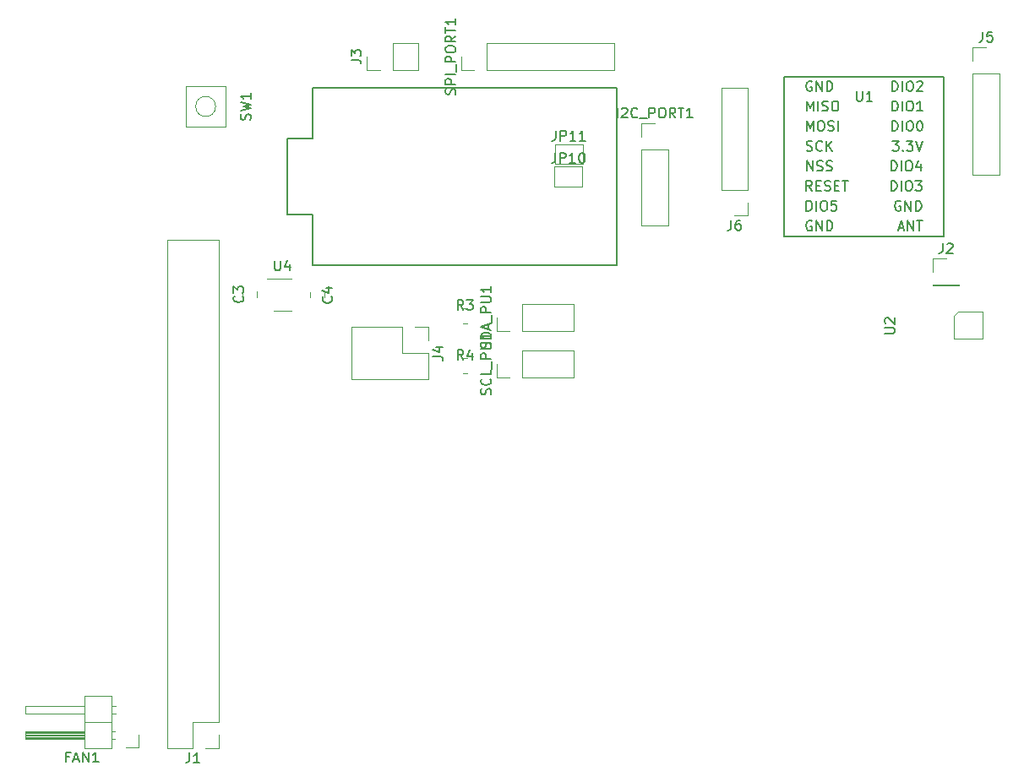
<source format=gbr>
%TF.GenerationSoftware,KiCad,Pcbnew,(5.1.10)-1*%
%TF.CreationDate,2022-01-27T16:25:42+08:00*%
%TF.ProjectId,hat,6861742e-6b69-4636-9164-5f7063625858,rev?*%
%TF.SameCoordinates,Original*%
%TF.FileFunction,Legend,Top*%
%TF.FilePolarity,Positive*%
%FSLAX46Y46*%
G04 Gerber Fmt 4.6, Leading zero omitted, Abs format (unit mm)*
G04 Created by KiCad (PCBNEW (5.1.10)-1) date 2022-01-27 16:25:42*
%MOMM*%
%LPD*%
G01*
G04 APERTURE LIST*
%ADD10C,0.120000*%
%ADD11C,0.160000*%
%ADD12C,0.150000*%
G04 APERTURE END LIST*
D10*
%TO.C,SW1*%
X103000000Y-67000000D02*
X103000000Y-69000000D01*
X103000000Y-69000000D02*
X101000000Y-69000000D01*
X101000000Y-69000000D02*
X99000000Y-69000000D01*
X99000000Y-69000000D02*
X99000000Y-67000000D01*
X99000000Y-67000000D02*
X99000000Y-65000000D01*
X99000000Y-65000000D02*
X101000000Y-65000000D01*
X101000000Y-65000000D02*
X103000000Y-65000000D01*
X103000000Y-65000000D02*
X103000000Y-67000000D01*
X102000000Y-67000000D02*
G75*
G03*
X102000000Y-67000000I-1000000J0D01*
G01*
D11*
%TO.C,U1*%
X159000000Y-64000000D02*
X159000000Y-80000000D01*
X159000000Y-80000000D02*
X175000000Y-80000000D01*
X175000000Y-80000000D02*
X175000000Y-64000000D01*
X175000000Y-64000000D02*
X159000000Y-64000000D01*
D12*
%TO.C,U3*%
X111760000Y-82890000D02*
X142240000Y-82890000D01*
X111760000Y-82890000D02*
X111760000Y-77810000D01*
X111760000Y-77810000D02*
X109220000Y-77810000D01*
X109220000Y-77810000D02*
X109220000Y-70190000D01*
X109220000Y-70190000D02*
X111760000Y-70190000D01*
X111760000Y-70190000D02*
X111760000Y-65110000D01*
X111760000Y-65110000D02*
X142240000Y-65110000D01*
X142240000Y-65110000D02*
X142240000Y-82890000D01*
D10*
%TO.C,C4*%
X111465000Y-85638748D02*
X111465000Y-86161252D01*
X112935000Y-85638748D02*
X112935000Y-86161252D01*
%TO.C,C3*%
X106135000Y-86098752D02*
X106135000Y-85576248D01*
X104665000Y-86098752D02*
X104665000Y-85576248D01*
%TO.C,R3*%
X126772936Y-88735000D02*
X127227064Y-88735000D01*
X126772936Y-87265000D02*
X127227064Y-87265000D01*
%TO.C,R4*%
X126772936Y-93735000D02*
X127227064Y-93735000D01*
X126772936Y-92265000D02*
X127227064Y-92265000D01*
%TO.C,U4*%
X107800000Y-87510000D02*
X109600000Y-87510000D01*
X109600000Y-84290000D02*
X107150000Y-84290000D01*
%TO.C,U2*%
X176400000Y-87600000D02*
X176000000Y-88000000D01*
X176000000Y-88000000D02*
X176000000Y-90300000D01*
X176000000Y-90300000D02*
X178900000Y-90300000D01*
X178900000Y-90300000D02*
X178900000Y-87600000D01*
X178900000Y-87600000D02*
X176500000Y-87600000D01*
X176500000Y-87600000D02*
X176400000Y-87600000D01*
%TO.C,SPI_PORT1*%
X141950000Y-63330000D02*
X141950000Y-60670000D01*
X129190000Y-63330000D02*
X141950000Y-63330000D01*
X129190000Y-60670000D02*
X141950000Y-60670000D01*
X129190000Y-63330000D02*
X129190000Y-60670000D01*
X127920000Y-63330000D02*
X126590000Y-63330000D01*
X126590000Y-63330000D02*
X126590000Y-62000000D01*
%TO.C,SDA_PU1*%
X137880000Y-89480000D02*
X137880000Y-86820000D01*
X132740000Y-89480000D02*
X137880000Y-89480000D01*
X132740000Y-86820000D02*
X137880000Y-86820000D01*
X132740000Y-89480000D02*
X132740000Y-86820000D01*
X131470000Y-89480000D02*
X130140000Y-89480000D01*
X130140000Y-89480000D02*
X130140000Y-88150000D01*
%TO.C,SCL_PU1*%
X137880000Y-94130000D02*
X137880000Y-91470000D01*
X132740000Y-94130000D02*
X137880000Y-94130000D01*
X132740000Y-91470000D02*
X137880000Y-91470000D01*
X132740000Y-94130000D02*
X132740000Y-91470000D01*
X131470000Y-94130000D02*
X130140000Y-94130000D01*
X130140000Y-94130000D02*
X130140000Y-92800000D01*
%TO.C,JP11*%
X136000000Y-72770000D02*
X136000000Y-70770000D01*
X138800000Y-72770000D02*
X136000000Y-72770000D01*
X138800000Y-70770000D02*
X138800000Y-72770000D01*
X136000000Y-70770000D02*
X138800000Y-70770000D01*
%TO.C,JP10*%
X135950000Y-75000000D02*
X135950000Y-73000000D01*
X138750000Y-75000000D02*
X135950000Y-75000000D01*
X138750000Y-73000000D02*
X138750000Y-75000000D01*
X135950000Y-73000000D02*
X138750000Y-73000000D01*
%TO.C,J6*%
X155330000Y-65130000D02*
X152670000Y-65130000D01*
X155330000Y-75350000D02*
X155330000Y-65130000D01*
X152670000Y-75350000D02*
X152670000Y-65130000D01*
X155330000Y-75350000D02*
X152670000Y-75350000D01*
X155330000Y-76620000D02*
X155330000Y-77950000D01*
X155330000Y-77950000D02*
X154000000Y-77950000D01*
%TO.C,J5*%
X177870000Y-73890000D02*
X180530000Y-73890000D01*
X177870000Y-63670000D02*
X177870000Y-73890000D01*
X180530000Y-63670000D02*
X180530000Y-73890000D01*
X177870000Y-63670000D02*
X180530000Y-63670000D01*
X177870000Y-62400000D02*
X177870000Y-61070000D01*
X177870000Y-61070000D02*
X179200000Y-61070000D01*
%TO.C,J4*%
X115590000Y-89130000D02*
X115590000Y-94330000D01*
X120730000Y-89130000D02*
X115590000Y-89130000D01*
X123330000Y-94330000D02*
X115590000Y-94330000D01*
X120730000Y-89130000D02*
X120730000Y-91730000D01*
X120730000Y-91730000D02*
X123330000Y-91730000D01*
X123330000Y-91730000D02*
X123330000Y-94330000D01*
X122000000Y-89130000D02*
X123330000Y-89130000D01*
X123330000Y-89130000D02*
X123330000Y-90460000D01*
%TO.C,J3*%
X122330000Y-63330000D02*
X122330000Y-60670000D01*
X119730000Y-63330000D02*
X122330000Y-63330000D01*
X119730000Y-60670000D02*
X122330000Y-60670000D01*
X119730000Y-63330000D02*
X119730000Y-60670000D01*
X118460000Y-63330000D02*
X117130000Y-63330000D01*
X117130000Y-63330000D02*
X117130000Y-62000000D01*
%TO.C,J2*%
X173870000Y-84930000D02*
X176530000Y-84930000D01*
X173870000Y-84870000D02*
X173870000Y-84930000D01*
X176530000Y-84870000D02*
X176530000Y-84930000D01*
X173870000Y-84870000D02*
X176530000Y-84870000D01*
X173870000Y-83600000D02*
X173870000Y-82270000D01*
X173870000Y-82270000D02*
X175200000Y-82270000D01*
%TO.C,J1*%
X102330000Y-80410000D02*
X97130000Y-80410000D01*
X102330000Y-128730000D02*
X102330000Y-80410000D01*
X97130000Y-131330000D02*
X97130000Y-80410000D01*
X102330000Y-128730000D02*
X99730000Y-128730000D01*
X99730000Y-128730000D02*
X99730000Y-131330000D01*
X99730000Y-131330000D02*
X97130000Y-131330000D01*
X102330000Y-130000000D02*
X102330000Y-131330000D01*
X102330000Y-131330000D02*
X101000000Y-131330000D01*
%TO.C,I2C_PORT1*%
X144670000Y-78950000D02*
X147330000Y-78950000D01*
X144670000Y-71270000D02*
X144670000Y-78950000D01*
X147330000Y-71270000D02*
X147330000Y-78950000D01*
X144670000Y-71270000D02*
X147330000Y-71270000D01*
X144670000Y-70000000D02*
X144670000Y-68670000D01*
X144670000Y-68670000D02*
X146000000Y-68670000D01*
%TO.C,FAN1*%
X91560000Y-131330000D02*
X91560000Y-126130000D01*
X91560000Y-126130000D02*
X88900000Y-126130000D01*
X88900000Y-126130000D02*
X88900000Y-131330000D01*
X88900000Y-131330000D02*
X91560000Y-131330000D01*
X88900000Y-130380000D02*
X82900000Y-130380000D01*
X82900000Y-130380000D02*
X82900000Y-129620000D01*
X82900000Y-129620000D02*
X88900000Y-129620000D01*
X88900000Y-130320000D02*
X82900000Y-130320000D01*
X88900000Y-130200000D02*
X82900000Y-130200000D01*
X88900000Y-130080000D02*
X82900000Y-130080000D01*
X88900000Y-129960000D02*
X82900000Y-129960000D01*
X88900000Y-129840000D02*
X82900000Y-129840000D01*
X88900000Y-129720000D02*
X82900000Y-129720000D01*
X91890000Y-130380000D02*
X91560000Y-130380000D01*
X91890000Y-129620000D02*
X91560000Y-129620000D01*
X91560000Y-128730000D02*
X88900000Y-128730000D01*
X88900000Y-127840000D02*
X82900000Y-127840000D01*
X82900000Y-127840000D02*
X82900000Y-127080000D01*
X82900000Y-127080000D02*
X88900000Y-127080000D01*
X91957071Y-127840000D02*
X91560000Y-127840000D01*
X91957071Y-127080000D02*
X91560000Y-127080000D01*
X94270000Y-130000000D02*
X94270000Y-131270000D01*
X94270000Y-131270000D02*
X93000000Y-131270000D01*
%TO.C,SW1*%
D12*
X105454761Y-68333333D02*
X105502380Y-68190476D01*
X105502380Y-67952380D01*
X105454761Y-67857142D01*
X105407142Y-67809523D01*
X105311904Y-67761904D01*
X105216666Y-67761904D01*
X105121428Y-67809523D01*
X105073809Y-67857142D01*
X105026190Y-67952380D01*
X104978571Y-68142857D01*
X104930952Y-68238095D01*
X104883333Y-68285714D01*
X104788095Y-68333333D01*
X104692857Y-68333333D01*
X104597619Y-68285714D01*
X104550000Y-68238095D01*
X104502380Y-68142857D01*
X104502380Y-67904761D01*
X104550000Y-67761904D01*
X104502380Y-67428571D02*
X105502380Y-67190476D01*
X104788095Y-67000000D01*
X105502380Y-66809523D01*
X104502380Y-66571428D01*
X105502380Y-65666666D02*
X105502380Y-66238095D01*
X105502380Y-65952380D02*
X104502380Y-65952380D01*
X104645238Y-66047619D01*
X104740476Y-66142857D01*
X104788095Y-66238095D01*
%TO.C,U1*%
X166238095Y-65452380D02*
X166238095Y-66261904D01*
X166285714Y-66357142D01*
X166333333Y-66404761D01*
X166428571Y-66452380D01*
X166619047Y-66452380D01*
X166714285Y-66404761D01*
X166761904Y-66357142D01*
X166809523Y-66261904D01*
X166809523Y-65452380D01*
X167809523Y-66452380D02*
X167238095Y-66452380D01*
X167523809Y-66452380D02*
X167523809Y-65452380D01*
X167428571Y-65595238D01*
X167333333Y-65690476D01*
X167238095Y-65738095D01*
X170638095Y-76500000D02*
X170542857Y-76452380D01*
X170400000Y-76452380D01*
X170257142Y-76500000D01*
X170161904Y-76595238D01*
X170114285Y-76690476D01*
X170066666Y-76880952D01*
X170066666Y-77023809D01*
X170114285Y-77214285D01*
X170161904Y-77309523D01*
X170257142Y-77404761D01*
X170400000Y-77452380D01*
X170495238Y-77452380D01*
X170638095Y-77404761D01*
X170685714Y-77357142D01*
X170685714Y-77023809D01*
X170495238Y-77023809D01*
X171114285Y-77452380D02*
X171114285Y-76452380D01*
X171685714Y-77452380D01*
X171685714Y-76452380D01*
X172161904Y-77452380D02*
X172161904Y-76452380D01*
X172400000Y-76452380D01*
X172542857Y-76500000D01*
X172638095Y-76595238D01*
X172685714Y-76690476D01*
X172733333Y-76880952D01*
X172733333Y-77023809D01*
X172685714Y-77214285D01*
X172638095Y-77309523D01*
X172542857Y-77404761D01*
X172400000Y-77452380D01*
X172161904Y-77452380D01*
X169700000Y-75452380D02*
X169700000Y-74452380D01*
X169938095Y-74452380D01*
X170080952Y-74500000D01*
X170176190Y-74595238D01*
X170223809Y-74690476D01*
X170271428Y-74880952D01*
X170271428Y-75023809D01*
X170223809Y-75214285D01*
X170176190Y-75309523D01*
X170080952Y-75404761D01*
X169938095Y-75452380D01*
X169700000Y-75452380D01*
X170700000Y-75452380D02*
X170700000Y-74452380D01*
X171366666Y-74452380D02*
X171557142Y-74452380D01*
X171652380Y-74500000D01*
X171747619Y-74595238D01*
X171795238Y-74785714D01*
X171795238Y-75119047D01*
X171747619Y-75309523D01*
X171652380Y-75404761D01*
X171557142Y-75452380D01*
X171366666Y-75452380D01*
X171271428Y-75404761D01*
X171176190Y-75309523D01*
X171128571Y-75119047D01*
X171128571Y-74785714D01*
X171176190Y-74595238D01*
X171271428Y-74500000D01*
X171366666Y-74452380D01*
X172128571Y-74452380D02*
X172747619Y-74452380D01*
X172414285Y-74833333D01*
X172557142Y-74833333D01*
X172652380Y-74880952D01*
X172700000Y-74928571D01*
X172747619Y-75023809D01*
X172747619Y-75261904D01*
X172700000Y-75357142D01*
X172652380Y-75404761D01*
X172557142Y-75452380D01*
X172271428Y-75452380D01*
X172176190Y-75404761D01*
X172128571Y-75357142D01*
X169700000Y-73452380D02*
X169700000Y-72452380D01*
X169938095Y-72452380D01*
X170080952Y-72500000D01*
X170176190Y-72595238D01*
X170223809Y-72690476D01*
X170271428Y-72880952D01*
X170271428Y-73023809D01*
X170223809Y-73214285D01*
X170176190Y-73309523D01*
X170080952Y-73404761D01*
X169938095Y-73452380D01*
X169700000Y-73452380D01*
X170700000Y-73452380D02*
X170700000Y-72452380D01*
X171366666Y-72452380D02*
X171557142Y-72452380D01*
X171652380Y-72500000D01*
X171747619Y-72595238D01*
X171795238Y-72785714D01*
X171795238Y-73119047D01*
X171747619Y-73309523D01*
X171652380Y-73404761D01*
X171557142Y-73452380D01*
X171366666Y-73452380D01*
X171271428Y-73404761D01*
X171176190Y-73309523D01*
X171128571Y-73119047D01*
X171128571Y-72785714D01*
X171176190Y-72595238D01*
X171271428Y-72500000D01*
X171366666Y-72452380D01*
X172652380Y-72785714D02*
X172652380Y-73452380D01*
X172414285Y-72404761D02*
X172176190Y-73119047D01*
X172795238Y-73119047D01*
X169823809Y-70452380D02*
X170442857Y-70452380D01*
X170109523Y-70833333D01*
X170252380Y-70833333D01*
X170347619Y-70880952D01*
X170395238Y-70928571D01*
X170442857Y-71023809D01*
X170442857Y-71261904D01*
X170395238Y-71357142D01*
X170347619Y-71404761D01*
X170252380Y-71452380D01*
X169966666Y-71452380D01*
X169871428Y-71404761D01*
X169823809Y-71357142D01*
X170871428Y-71357142D02*
X170919047Y-71404761D01*
X170871428Y-71452380D01*
X170823809Y-71404761D01*
X170871428Y-71357142D01*
X170871428Y-71452380D01*
X171252380Y-70452380D02*
X171871428Y-70452380D01*
X171538095Y-70833333D01*
X171680952Y-70833333D01*
X171776190Y-70880952D01*
X171823809Y-70928571D01*
X171871428Y-71023809D01*
X171871428Y-71261904D01*
X171823809Y-71357142D01*
X171776190Y-71404761D01*
X171680952Y-71452380D01*
X171395238Y-71452380D01*
X171300000Y-71404761D01*
X171252380Y-71357142D01*
X172157142Y-70452380D02*
X172490476Y-71452380D01*
X172823809Y-70452380D01*
X169800000Y-69452380D02*
X169800000Y-68452380D01*
X170038095Y-68452380D01*
X170180952Y-68500000D01*
X170276190Y-68595238D01*
X170323809Y-68690476D01*
X170371428Y-68880952D01*
X170371428Y-69023809D01*
X170323809Y-69214285D01*
X170276190Y-69309523D01*
X170180952Y-69404761D01*
X170038095Y-69452380D01*
X169800000Y-69452380D01*
X170800000Y-69452380D02*
X170800000Y-68452380D01*
X171466666Y-68452380D02*
X171657142Y-68452380D01*
X171752380Y-68500000D01*
X171847619Y-68595238D01*
X171895238Y-68785714D01*
X171895238Y-69119047D01*
X171847619Y-69309523D01*
X171752380Y-69404761D01*
X171657142Y-69452380D01*
X171466666Y-69452380D01*
X171371428Y-69404761D01*
X171276190Y-69309523D01*
X171228571Y-69119047D01*
X171228571Y-68785714D01*
X171276190Y-68595238D01*
X171371428Y-68500000D01*
X171466666Y-68452380D01*
X172514285Y-68452380D02*
X172609523Y-68452380D01*
X172704761Y-68500000D01*
X172752380Y-68547619D01*
X172800000Y-68642857D01*
X172847619Y-68833333D01*
X172847619Y-69071428D01*
X172800000Y-69261904D01*
X172752380Y-69357142D01*
X172704761Y-69404761D01*
X172609523Y-69452380D01*
X172514285Y-69452380D01*
X172419047Y-69404761D01*
X172371428Y-69357142D01*
X172323809Y-69261904D01*
X172276190Y-69071428D01*
X172276190Y-68833333D01*
X172323809Y-68642857D01*
X172371428Y-68547619D01*
X172419047Y-68500000D01*
X172514285Y-68452380D01*
X169800000Y-67452380D02*
X169800000Y-66452380D01*
X170038095Y-66452380D01*
X170180952Y-66500000D01*
X170276190Y-66595238D01*
X170323809Y-66690476D01*
X170371428Y-66880952D01*
X170371428Y-67023809D01*
X170323809Y-67214285D01*
X170276190Y-67309523D01*
X170180952Y-67404761D01*
X170038095Y-67452380D01*
X169800000Y-67452380D01*
X170800000Y-67452380D02*
X170800000Y-66452380D01*
X171466666Y-66452380D02*
X171657142Y-66452380D01*
X171752380Y-66500000D01*
X171847619Y-66595238D01*
X171895238Y-66785714D01*
X171895238Y-67119047D01*
X171847619Y-67309523D01*
X171752380Y-67404761D01*
X171657142Y-67452380D01*
X171466666Y-67452380D01*
X171371428Y-67404761D01*
X171276190Y-67309523D01*
X171228571Y-67119047D01*
X171228571Y-66785714D01*
X171276190Y-66595238D01*
X171371428Y-66500000D01*
X171466666Y-66452380D01*
X172847619Y-67452380D02*
X172276190Y-67452380D01*
X172561904Y-67452380D02*
X172561904Y-66452380D01*
X172466666Y-66595238D01*
X172371428Y-66690476D01*
X172276190Y-66738095D01*
X169800000Y-65452380D02*
X169800000Y-64452380D01*
X170038095Y-64452380D01*
X170180952Y-64500000D01*
X170276190Y-64595238D01*
X170323809Y-64690476D01*
X170371428Y-64880952D01*
X170371428Y-65023809D01*
X170323809Y-65214285D01*
X170276190Y-65309523D01*
X170180952Y-65404761D01*
X170038095Y-65452380D01*
X169800000Y-65452380D01*
X170800000Y-65452380D02*
X170800000Y-64452380D01*
X171466666Y-64452380D02*
X171657142Y-64452380D01*
X171752380Y-64500000D01*
X171847619Y-64595238D01*
X171895238Y-64785714D01*
X171895238Y-65119047D01*
X171847619Y-65309523D01*
X171752380Y-65404761D01*
X171657142Y-65452380D01*
X171466666Y-65452380D01*
X171371428Y-65404761D01*
X171276190Y-65309523D01*
X171228571Y-65119047D01*
X171228571Y-64785714D01*
X171276190Y-64595238D01*
X171371428Y-64500000D01*
X171466666Y-64452380D01*
X172276190Y-64547619D02*
X172323809Y-64500000D01*
X172419047Y-64452380D01*
X172657142Y-64452380D01*
X172752380Y-64500000D01*
X172800000Y-64547619D01*
X172847619Y-64642857D01*
X172847619Y-64738095D01*
X172800000Y-64880952D01*
X172228571Y-65452380D01*
X172847619Y-65452380D01*
X161738095Y-78500000D02*
X161642857Y-78452380D01*
X161500000Y-78452380D01*
X161357142Y-78500000D01*
X161261904Y-78595238D01*
X161214285Y-78690476D01*
X161166666Y-78880952D01*
X161166666Y-79023809D01*
X161214285Y-79214285D01*
X161261904Y-79309523D01*
X161357142Y-79404761D01*
X161500000Y-79452380D01*
X161595238Y-79452380D01*
X161738095Y-79404761D01*
X161785714Y-79357142D01*
X161785714Y-79023809D01*
X161595238Y-79023809D01*
X162214285Y-79452380D02*
X162214285Y-78452380D01*
X162785714Y-79452380D01*
X162785714Y-78452380D01*
X163261904Y-79452380D02*
X163261904Y-78452380D01*
X163500000Y-78452380D01*
X163642857Y-78500000D01*
X163738095Y-78595238D01*
X163785714Y-78690476D01*
X163833333Y-78880952D01*
X163833333Y-79023809D01*
X163785714Y-79214285D01*
X163738095Y-79309523D01*
X163642857Y-79404761D01*
X163500000Y-79452380D01*
X163261904Y-79452380D01*
X161200000Y-77452380D02*
X161200000Y-76452380D01*
X161438095Y-76452380D01*
X161580952Y-76500000D01*
X161676190Y-76595238D01*
X161723809Y-76690476D01*
X161771428Y-76880952D01*
X161771428Y-77023809D01*
X161723809Y-77214285D01*
X161676190Y-77309523D01*
X161580952Y-77404761D01*
X161438095Y-77452380D01*
X161200000Y-77452380D01*
X162200000Y-77452380D02*
X162200000Y-76452380D01*
X162866666Y-76452380D02*
X163057142Y-76452380D01*
X163152380Y-76500000D01*
X163247619Y-76595238D01*
X163295238Y-76785714D01*
X163295238Y-77119047D01*
X163247619Y-77309523D01*
X163152380Y-77404761D01*
X163057142Y-77452380D01*
X162866666Y-77452380D01*
X162771428Y-77404761D01*
X162676190Y-77309523D01*
X162628571Y-77119047D01*
X162628571Y-76785714D01*
X162676190Y-76595238D01*
X162771428Y-76500000D01*
X162866666Y-76452380D01*
X164200000Y-76452380D02*
X163723809Y-76452380D01*
X163676190Y-76928571D01*
X163723809Y-76880952D01*
X163819047Y-76833333D01*
X164057142Y-76833333D01*
X164152380Y-76880952D01*
X164200000Y-76928571D01*
X164247619Y-77023809D01*
X164247619Y-77261904D01*
X164200000Y-77357142D01*
X164152380Y-77404761D01*
X164057142Y-77452380D01*
X163819047Y-77452380D01*
X163723809Y-77404761D01*
X163676190Y-77357142D01*
X161747619Y-75452380D02*
X161414285Y-74976190D01*
X161176190Y-75452380D02*
X161176190Y-74452380D01*
X161557142Y-74452380D01*
X161652380Y-74500000D01*
X161700000Y-74547619D01*
X161747619Y-74642857D01*
X161747619Y-74785714D01*
X161700000Y-74880952D01*
X161652380Y-74928571D01*
X161557142Y-74976190D01*
X161176190Y-74976190D01*
X162176190Y-74928571D02*
X162509523Y-74928571D01*
X162652380Y-75452380D02*
X162176190Y-75452380D01*
X162176190Y-74452380D01*
X162652380Y-74452380D01*
X163033333Y-75404761D02*
X163176190Y-75452380D01*
X163414285Y-75452380D01*
X163509523Y-75404761D01*
X163557142Y-75357142D01*
X163604761Y-75261904D01*
X163604761Y-75166666D01*
X163557142Y-75071428D01*
X163509523Y-75023809D01*
X163414285Y-74976190D01*
X163223809Y-74928571D01*
X163128571Y-74880952D01*
X163080952Y-74833333D01*
X163033333Y-74738095D01*
X163033333Y-74642857D01*
X163080952Y-74547619D01*
X163128571Y-74500000D01*
X163223809Y-74452380D01*
X163461904Y-74452380D01*
X163604761Y-74500000D01*
X164033333Y-74928571D02*
X164366666Y-74928571D01*
X164509523Y-75452380D02*
X164033333Y-75452380D01*
X164033333Y-74452380D01*
X164509523Y-74452380D01*
X164795238Y-74452380D02*
X165366666Y-74452380D01*
X165080952Y-75452380D02*
X165080952Y-74452380D01*
X161261904Y-73452380D02*
X161261904Y-72452380D01*
X161833333Y-73452380D01*
X161833333Y-72452380D01*
X162261904Y-73404761D02*
X162404761Y-73452380D01*
X162642857Y-73452380D01*
X162738095Y-73404761D01*
X162785714Y-73357142D01*
X162833333Y-73261904D01*
X162833333Y-73166666D01*
X162785714Y-73071428D01*
X162738095Y-73023809D01*
X162642857Y-72976190D01*
X162452380Y-72928571D01*
X162357142Y-72880952D01*
X162309523Y-72833333D01*
X162261904Y-72738095D01*
X162261904Y-72642857D01*
X162309523Y-72547619D01*
X162357142Y-72500000D01*
X162452380Y-72452380D01*
X162690476Y-72452380D01*
X162833333Y-72500000D01*
X163214285Y-73404761D02*
X163357142Y-73452380D01*
X163595238Y-73452380D01*
X163690476Y-73404761D01*
X163738095Y-73357142D01*
X163785714Y-73261904D01*
X163785714Y-73166666D01*
X163738095Y-73071428D01*
X163690476Y-73023809D01*
X163595238Y-72976190D01*
X163404761Y-72928571D01*
X163309523Y-72880952D01*
X163261904Y-72833333D01*
X163214285Y-72738095D01*
X163214285Y-72642857D01*
X163261904Y-72547619D01*
X163309523Y-72500000D01*
X163404761Y-72452380D01*
X163642857Y-72452380D01*
X163785714Y-72500000D01*
X161214285Y-71404761D02*
X161357142Y-71452380D01*
X161595238Y-71452380D01*
X161690476Y-71404761D01*
X161738095Y-71357142D01*
X161785714Y-71261904D01*
X161785714Y-71166666D01*
X161738095Y-71071428D01*
X161690476Y-71023809D01*
X161595238Y-70976190D01*
X161404761Y-70928571D01*
X161309523Y-70880952D01*
X161261904Y-70833333D01*
X161214285Y-70738095D01*
X161214285Y-70642857D01*
X161261904Y-70547619D01*
X161309523Y-70500000D01*
X161404761Y-70452380D01*
X161642857Y-70452380D01*
X161785714Y-70500000D01*
X162785714Y-71357142D02*
X162738095Y-71404761D01*
X162595238Y-71452380D01*
X162500000Y-71452380D01*
X162357142Y-71404761D01*
X162261904Y-71309523D01*
X162214285Y-71214285D01*
X162166666Y-71023809D01*
X162166666Y-70880952D01*
X162214285Y-70690476D01*
X162261904Y-70595238D01*
X162357142Y-70500000D01*
X162500000Y-70452380D01*
X162595238Y-70452380D01*
X162738095Y-70500000D01*
X162785714Y-70547619D01*
X163214285Y-71452380D02*
X163214285Y-70452380D01*
X163785714Y-71452380D02*
X163357142Y-70880952D01*
X163785714Y-70452380D02*
X163214285Y-71023809D01*
X161228571Y-69452380D02*
X161228571Y-68452380D01*
X161561904Y-69166666D01*
X161895238Y-68452380D01*
X161895238Y-69452380D01*
X162561904Y-68452380D02*
X162752380Y-68452380D01*
X162847619Y-68500000D01*
X162942857Y-68595238D01*
X162990476Y-68785714D01*
X162990476Y-69119047D01*
X162942857Y-69309523D01*
X162847619Y-69404761D01*
X162752380Y-69452380D01*
X162561904Y-69452380D01*
X162466666Y-69404761D01*
X162371428Y-69309523D01*
X162323809Y-69119047D01*
X162323809Y-68785714D01*
X162371428Y-68595238D01*
X162466666Y-68500000D01*
X162561904Y-68452380D01*
X163371428Y-69404761D02*
X163514285Y-69452380D01*
X163752380Y-69452380D01*
X163847619Y-69404761D01*
X163895238Y-69357142D01*
X163942857Y-69261904D01*
X163942857Y-69166666D01*
X163895238Y-69071428D01*
X163847619Y-69023809D01*
X163752380Y-68976190D01*
X163561904Y-68928571D01*
X163466666Y-68880952D01*
X163419047Y-68833333D01*
X163371428Y-68738095D01*
X163371428Y-68642857D01*
X163419047Y-68547619D01*
X163466666Y-68500000D01*
X163561904Y-68452380D01*
X163800000Y-68452380D01*
X163942857Y-68500000D01*
X164371428Y-69452380D02*
X164371428Y-68452380D01*
X161228571Y-67452380D02*
X161228571Y-66452380D01*
X161561904Y-67166666D01*
X161895238Y-66452380D01*
X161895238Y-67452380D01*
X162371428Y-67452380D02*
X162371428Y-66452380D01*
X162800000Y-67404761D02*
X162942857Y-67452380D01*
X163180952Y-67452380D01*
X163276190Y-67404761D01*
X163323809Y-67357142D01*
X163371428Y-67261904D01*
X163371428Y-67166666D01*
X163323809Y-67071428D01*
X163276190Y-67023809D01*
X163180952Y-66976190D01*
X162990476Y-66928571D01*
X162895238Y-66880952D01*
X162847619Y-66833333D01*
X162800000Y-66738095D01*
X162800000Y-66642857D01*
X162847619Y-66547619D01*
X162895238Y-66500000D01*
X162990476Y-66452380D01*
X163228571Y-66452380D01*
X163371428Y-66500000D01*
X163990476Y-66452380D02*
X164180952Y-66452380D01*
X164276190Y-66500000D01*
X164371428Y-66595238D01*
X164419047Y-66785714D01*
X164419047Y-67119047D01*
X164371428Y-67309523D01*
X164276190Y-67404761D01*
X164180952Y-67452380D01*
X163990476Y-67452380D01*
X163895238Y-67404761D01*
X163800000Y-67309523D01*
X163752380Y-67119047D01*
X163752380Y-66785714D01*
X163800000Y-66595238D01*
X163895238Y-66500000D01*
X163990476Y-66452380D01*
X170457142Y-79166666D02*
X170933333Y-79166666D01*
X170361904Y-79452380D02*
X170695238Y-78452380D01*
X171028571Y-79452380D01*
X171361904Y-79452380D02*
X171361904Y-78452380D01*
X171933333Y-79452380D01*
X171933333Y-78452380D01*
X172266666Y-78452380D02*
X172838095Y-78452380D01*
X172552380Y-79452380D02*
X172552380Y-78452380D01*
X161738095Y-64500000D02*
X161642857Y-64452380D01*
X161500000Y-64452380D01*
X161357142Y-64500000D01*
X161261904Y-64595238D01*
X161214285Y-64690476D01*
X161166666Y-64880952D01*
X161166666Y-65023809D01*
X161214285Y-65214285D01*
X161261904Y-65309523D01*
X161357142Y-65404761D01*
X161500000Y-65452380D01*
X161595238Y-65452380D01*
X161738095Y-65404761D01*
X161785714Y-65357142D01*
X161785714Y-65023809D01*
X161595238Y-65023809D01*
X162214285Y-65452380D02*
X162214285Y-64452380D01*
X162785714Y-65452380D01*
X162785714Y-64452380D01*
X163261904Y-65452380D02*
X163261904Y-64452380D01*
X163500000Y-64452380D01*
X163642857Y-64500000D01*
X163738095Y-64595238D01*
X163785714Y-64690476D01*
X163833333Y-64880952D01*
X163833333Y-65023809D01*
X163785714Y-65214285D01*
X163738095Y-65309523D01*
X163642857Y-65404761D01*
X163500000Y-65452380D01*
X163261904Y-65452380D01*
%TO.C,C4*%
X113607142Y-86066666D02*
X113654761Y-86114285D01*
X113702380Y-86257142D01*
X113702380Y-86352380D01*
X113654761Y-86495238D01*
X113559523Y-86590476D01*
X113464285Y-86638095D01*
X113273809Y-86685714D01*
X113130952Y-86685714D01*
X112940476Y-86638095D01*
X112845238Y-86590476D01*
X112750000Y-86495238D01*
X112702380Y-86352380D01*
X112702380Y-86257142D01*
X112750000Y-86114285D01*
X112797619Y-86066666D01*
X113035714Y-85209523D02*
X113702380Y-85209523D01*
X112654761Y-85447619D02*
X113369047Y-85685714D01*
X113369047Y-85066666D01*
%TO.C,C3*%
X104707142Y-86004166D02*
X104754761Y-86051785D01*
X104802380Y-86194642D01*
X104802380Y-86289880D01*
X104754761Y-86432738D01*
X104659523Y-86527976D01*
X104564285Y-86575595D01*
X104373809Y-86623214D01*
X104230952Y-86623214D01*
X104040476Y-86575595D01*
X103945238Y-86527976D01*
X103850000Y-86432738D01*
X103802380Y-86289880D01*
X103802380Y-86194642D01*
X103850000Y-86051785D01*
X103897619Y-86004166D01*
X103802380Y-85670833D02*
X103802380Y-85051785D01*
X104183333Y-85385119D01*
X104183333Y-85242261D01*
X104230952Y-85147023D01*
X104278571Y-85099404D01*
X104373809Y-85051785D01*
X104611904Y-85051785D01*
X104707142Y-85099404D01*
X104754761Y-85147023D01*
X104802380Y-85242261D01*
X104802380Y-85527976D01*
X104754761Y-85623214D01*
X104707142Y-85670833D01*
%TO.C,R3*%
X126833333Y-87402380D02*
X126500000Y-86926190D01*
X126261904Y-87402380D02*
X126261904Y-86402380D01*
X126642857Y-86402380D01*
X126738095Y-86450000D01*
X126785714Y-86497619D01*
X126833333Y-86592857D01*
X126833333Y-86735714D01*
X126785714Y-86830952D01*
X126738095Y-86878571D01*
X126642857Y-86926190D01*
X126261904Y-86926190D01*
X127166666Y-86402380D02*
X127785714Y-86402380D01*
X127452380Y-86783333D01*
X127595238Y-86783333D01*
X127690476Y-86830952D01*
X127738095Y-86878571D01*
X127785714Y-86973809D01*
X127785714Y-87211904D01*
X127738095Y-87307142D01*
X127690476Y-87354761D01*
X127595238Y-87402380D01*
X127309523Y-87402380D01*
X127214285Y-87354761D01*
X127166666Y-87307142D01*
%TO.C,R4*%
X126833333Y-92402380D02*
X126500000Y-91926190D01*
X126261904Y-92402380D02*
X126261904Y-91402380D01*
X126642857Y-91402380D01*
X126738095Y-91450000D01*
X126785714Y-91497619D01*
X126833333Y-91592857D01*
X126833333Y-91735714D01*
X126785714Y-91830952D01*
X126738095Y-91878571D01*
X126642857Y-91926190D01*
X126261904Y-91926190D01*
X127690476Y-91735714D02*
X127690476Y-92402380D01*
X127452380Y-91354761D02*
X127214285Y-92069047D01*
X127833333Y-92069047D01*
%TO.C,U4*%
X107938095Y-82452380D02*
X107938095Y-83261904D01*
X107985714Y-83357142D01*
X108033333Y-83404761D01*
X108128571Y-83452380D01*
X108319047Y-83452380D01*
X108414285Y-83404761D01*
X108461904Y-83357142D01*
X108509523Y-83261904D01*
X108509523Y-82452380D01*
X109414285Y-82785714D02*
X109414285Y-83452380D01*
X109176190Y-82404761D02*
X108938095Y-83119047D01*
X109557142Y-83119047D01*
%TO.C,U2*%
X169052380Y-89761904D02*
X169861904Y-89761904D01*
X169957142Y-89714285D01*
X170004761Y-89666666D01*
X170052380Y-89571428D01*
X170052380Y-89380952D01*
X170004761Y-89285714D01*
X169957142Y-89238095D01*
X169861904Y-89190476D01*
X169052380Y-89190476D01*
X169147619Y-88761904D02*
X169100000Y-88714285D01*
X169052380Y-88619047D01*
X169052380Y-88380952D01*
X169100000Y-88285714D01*
X169147619Y-88238095D01*
X169242857Y-88190476D01*
X169338095Y-88190476D01*
X169480952Y-88238095D01*
X170052380Y-88809523D01*
X170052380Y-88190476D01*
%TO.C,SPI_PORT1*%
X125994761Y-65785714D02*
X126042380Y-65642857D01*
X126042380Y-65404761D01*
X125994761Y-65309523D01*
X125947142Y-65261904D01*
X125851904Y-65214285D01*
X125756666Y-65214285D01*
X125661428Y-65261904D01*
X125613809Y-65309523D01*
X125566190Y-65404761D01*
X125518571Y-65595238D01*
X125470952Y-65690476D01*
X125423333Y-65738095D01*
X125328095Y-65785714D01*
X125232857Y-65785714D01*
X125137619Y-65738095D01*
X125090000Y-65690476D01*
X125042380Y-65595238D01*
X125042380Y-65357142D01*
X125090000Y-65214285D01*
X126042380Y-64785714D02*
X125042380Y-64785714D01*
X125042380Y-64404761D01*
X125090000Y-64309523D01*
X125137619Y-64261904D01*
X125232857Y-64214285D01*
X125375714Y-64214285D01*
X125470952Y-64261904D01*
X125518571Y-64309523D01*
X125566190Y-64404761D01*
X125566190Y-64785714D01*
X126042380Y-63785714D02*
X125042380Y-63785714D01*
X126137619Y-63547619D02*
X126137619Y-62785714D01*
X126042380Y-62547619D02*
X125042380Y-62547619D01*
X125042380Y-62166666D01*
X125090000Y-62071428D01*
X125137619Y-62023809D01*
X125232857Y-61976190D01*
X125375714Y-61976190D01*
X125470952Y-62023809D01*
X125518571Y-62071428D01*
X125566190Y-62166666D01*
X125566190Y-62547619D01*
X125042380Y-61357142D02*
X125042380Y-61166666D01*
X125090000Y-61071428D01*
X125185238Y-60976190D01*
X125375714Y-60928571D01*
X125709047Y-60928571D01*
X125899523Y-60976190D01*
X125994761Y-61071428D01*
X126042380Y-61166666D01*
X126042380Y-61357142D01*
X125994761Y-61452380D01*
X125899523Y-61547619D01*
X125709047Y-61595238D01*
X125375714Y-61595238D01*
X125185238Y-61547619D01*
X125090000Y-61452380D01*
X125042380Y-61357142D01*
X126042380Y-59928571D02*
X125566190Y-60261904D01*
X126042380Y-60500000D02*
X125042380Y-60500000D01*
X125042380Y-60119047D01*
X125090000Y-60023809D01*
X125137619Y-59976190D01*
X125232857Y-59928571D01*
X125375714Y-59928571D01*
X125470952Y-59976190D01*
X125518571Y-60023809D01*
X125566190Y-60119047D01*
X125566190Y-60500000D01*
X125042380Y-59642857D02*
X125042380Y-59071428D01*
X126042380Y-59357142D02*
X125042380Y-59357142D01*
X126042380Y-58214285D02*
X126042380Y-58785714D01*
X126042380Y-58500000D02*
X125042380Y-58500000D01*
X125185238Y-58595238D01*
X125280476Y-58690476D01*
X125328095Y-58785714D01*
%TO.C,SDA_PU1*%
X129544761Y-91245238D02*
X129592380Y-91102380D01*
X129592380Y-90864285D01*
X129544761Y-90769047D01*
X129497142Y-90721428D01*
X129401904Y-90673809D01*
X129306666Y-90673809D01*
X129211428Y-90721428D01*
X129163809Y-90769047D01*
X129116190Y-90864285D01*
X129068571Y-91054761D01*
X129020952Y-91150000D01*
X128973333Y-91197619D01*
X128878095Y-91245238D01*
X128782857Y-91245238D01*
X128687619Y-91197619D01*
X128640000Y-91150000D01*
X128592380Y-91054761D01*
X128592380Y-90816666D01*
X128640000Y-90673809D01*
X129592380Y-90245238D02*
X128592380Y-90245238D01*
X128592380Y-90007142D01*
X128640000Y-89864285D01*
X128735238Y-89769047D01*
X128830476Y-89721428D01*
X129020952Y-89673809D01*
X129163809Y-89673809D01*
X129354285Y-89721428D01*
X129449523Y-89769047D01*
X129544761Y-89864285D01*
X129592380Y-90007142D01*
X129592380Y-90245238D01*
X129306666Y-89292857D02*
X129306666Y-88816666D01*
X129592380Y-89388095D02*
X128592380Y-89054761D01*
X129592380Y-88721428D01*
X129687619Y-88626190D02*
X129687619Y-87864285D01*
X129592380Y-87626190D02*
X128592380Y-87626190D01*
X128592380Y-87245238D01*
X128640000Y-87150000D01*
X128687619Y-87102380D01*
X128782857Y-87054761D01*
X128925714Y-87054761D01*
X129020952Y-87102380D01*
X129068571Y-87150000D01*
X129116190Y-87245238D01*
X129116190Y-87626190D01*
X128592380Y-86626190D02*
X129401904Y-86626190D01*
X129497142Y-86578571D01*
X129544761Y-86530952D01*
X129592380Y-86435714D01*
X129592380Y-86245238D01*
X129544761Y-86150000D01*
X129497142Y-86102380D01*
X129401904Y-86054761D01*
X128592380Y-86054761D01*
X129592380Y-85054761D02*
X129592380Y-85626190D01*
X129592380Y-85340476D02*
X128592380Y-85340476D01*
X128735238Y-85435714D01*
X128830476Y-85530952D01*
X128878095Y-85626190D01*
%TO.C,SCL_PU1*%
X129544761Y-95871428D02*
X129592380Y-95728571D01*
X129592380Y-95490476D01*
X129544761Y-95395238D01*
X129497142Y-95347619D01*
X129401904Y-95300000D01*
X129306666Y-95300000D01*
X129211428Y-95347619D01*
X129163809Y-95395238D01*
X129116190Y-95490476D01*
X129068571Y-95680952D01*
X129020952Y-95776190D01*
X128973333Y-95823809D01*
X128878095Y-95871428D01*
X128782857Y-95871428D01*
X128687619Y-95823809D01*
X128640000Y-95776190D01*
X128592380Y-95680952D01*
X128592380Y-95442857D01*
X128640000Y-95300000D01*
X129497142Y-94300000D02*
X129544761Y-94347619D01*
X129592380Y-94490476D01*
X129592380Y-94585714D01*
X129544761Y-94728571D01*
X129449523Y-94823809D01*
X129354285Y-94871428D01*
X129163809Y-94919047D01*
X129020952Y-94919047D01*
X128830476Y-94871428D01*
X128735238Y-94823809D01*
X128640000Y-94728571D01*
X128592380Y-94585714D01*
X128592380Y-94490476D01*
X128640000Y-94347619D01*
X128687619Y-94300000D01*
X129592380Y-93395238D02*
X129592380Y-93871428D01*
X128592380Y-93871428D01*
X129687619Y-93300000D02*
X129687619Y-92538095D01*
X129592380Y-92300000D02*
X128592380Y-92300000D01*
X128592380Y-91919047D01*
X128640000Y-91823809D01*
X128687619Y-91776190D01*
X128782857Y-91728571D01*
X128925714Y-91728571D01*
X129020952Y-91776190D01*
X129068571Y-91823809D01*
X129116190Y-91919047D01*
X129116190Y-92300000D01*
X128592380Y-91300000D02*
X129401904Y-91300000D01*
X129497142Y-91252380D01*
X129544761Y-91204761D01*
X129592380Y-91109523D01*
X129592380Y-90919047D01*
X129544761Y-90823809D01*
X129497142Y-90776190D01*
X129401904Y-90728571D01*
X128592380Y-90728571D01*
X129592380Y-89728571D02*
X129592380Y-90300000D01*
X129592380Y-90014285D02*
X128592380Y-90014285D01*
X128735238Y-90109523D01*
X128830476Y-90204761D01*
X128878095Y-90300000D01*
%TO.C,JP11*%
X136090476Y-69422380D02*
X136090476Y-70136666D01*
X136042857Y-70279523D01*
X135947619Y-70374761D01*
X135804761Y-70422380D01*
X135709523Y-70422380D01*
X136566666Y-70422380D02*
X136566666Y-69422380D01*
X136947619Y-69422380D01*
X137042857Y-69470000D01*
X137090476Y-69517619D01*
X137138095Y-69612857D01*
X137138095Y-69755714D01*
X137090476Y-69850952D01*
X137042857Y-69898571D01*
X136947619Y-69946190D01*
X136566666Y-69946190D01*
X138090476Y-70422380D02*
X137519047Y-70422380D01*
X137804761Y-70422380D02*
X137804761Y-69422380D01*
X137709523Y-69565238D01*
X137614285Y-69660476D01*
X137519047Y-69708095D01*
X139042857Y-70422380D02*
X138471428Y-70422380D01*
X138757142Y-70422380D02*
X138757142Y-69422380D01*
X138661904Y-69565238D01*
X138566666Y-69660476D01*
X138471428Y-69708095D01*
%TO.C,JP10*%
X136040476Y-71652380D02*
X136040476Y-72366666D01*
X135992857Y-72509523D01*
X135897619Y-72604761D01*
X135754761Y-72652380D01*
X135659523Y-72652380D01*
X136516666Y-72652380D02*
X136516666Y-71652380D01*
X136897619Y-71652380D01*
X136992857Y-71700000D01*
X137040476Y-71747619D01*
X137088095Y-71842857D01*
X137088095Y-71985714D01*
X137040476Y-72080952D01*
X136992857Y-72128571D01*
X136897619Y-72176190D01*
X136516666Y-72176190D01*
X138040476Y-72652380D02*
X137469047Y-72652380D01*
X137754761Y-72652380D02*
X137754761Y-71652380D01*
X137659523Y-71795238D01*
X137564285Y-71890476D01*
X137469047Y-71938095D01*
X138659523Y-71652380D02*
X138754761Y-71652380D01*
X138850000Y-71700000D01*
X138897619Y-71747619D01*
X138945238Y-71842857D01*
X138992857Y-72033333D01*
X138992857Y-72271428D01*
X138945238Y-72461904D01*
X138897619Y-72557142D01*
X138850000Y-72604761D01*
X138754761Y-72652380D01*
X138659523Y-72652380D01*
X138564285Y-72604761D01*
X138516666Y-72557142D01*
X138469047Y-72461904D01*
X138421428Y-72271428D01*
X138421428Y-72033333D01*
X138469047Y-71842857D01*
X138516666Y-71747619D01*
X138564285Y-71700000D01*
X138659523Y-71652380D01*
%TO.C,J6*%
X153666666Y-78402380D02*
X153666666Y-79116666D01*
X153619047Y-79259523D01*
X153523809Y-79354761D01*
X153380952Y-79402380D01*
X153285714Y-79402380D01*
X154571428Y-78402380D02*
X154380952Y-78402380D01*
X154285714Y-78450000D01*
X154238095Y-78497619D01*
X154142857Y-78640476D01*
X154095238Y-78830952D01*
X154095238Y-79211904D01*
X154142857Y-79307142D01*
X154190476Y-79354761D01*
X154285714Y-79402380D01*
X154476190Y-79402380D01*
X154571428Y-79354761D01*
X154619047Y-79307142D01*
X154666666Y-79211904D01*
X154666666Y-78973809D01*
X154619047Y-78878571D01*
X154571428Y-78830952D01*
X154476190Y-78783333D01*
X154285714Y-78783333D01*
X154190476Y-78830952D01*
X154142857Y-78878571D01*
X154095238Y-78973809D01*
%TO.C,J5*%
X178866666Y-59522380D02*
X178866666Y-60236666D01*
X178819047Y-60379523D01*
X178723809Y-60474761D01*
X178580952Y-60522380D01*
X178485714Y-60522380D01*
X179819047Y-59522380D02*
X179342857Y-59522380D01*
X179295238Y-59998571D01*
X179342857Y-59950952D01*
X179438095Y-59903333D01*
X179676190Y-59903333D01*
X179771428Y-59950952D01*
X179819047Y-59998571D01*
X179866666Y-60093809D01*
X179866666Y-60331904D01*
X179819047Y-60427142D01*
X179771428Y-60474761D01*
X179676190Y-60522380D01*
X179438095Y-60522380D01*
X179342857Y-60474761D01*
X179295238Y-60427142D01*
%TO.C,J4*%
X123782380Y-92063333D02*
X124496666Y-92063333D01*
X124639523Y-92110952D01*
X124734761Y-92206190D01*
X124782380Y-92349047D01*
X124782380Y-92444285D01*
X124115714Y-91158571D02*
X124782380Y-91158571D01*
X123734761Y-91396666D02*
X124449047Y-91634761D01*
X124449047Y-91015714D01*
%TO.C,J3*%
X115582380Y-62333333D02*
X116296666Y-62333333D01*
X116439523Y-62380952D01*
X116534761Y-62476190D01*
X116582380Y-62619047D01*
X116582380Y-62714285D01*
X115582380Y-61952380D02*
X115582380Y-61333333D01*
X115963333Y-61666666D01*
X115963333Y-61523809D01*
X116010952Y-61428571D01*
X116058571Y-61380952D01*
X116153809Y-61333333D01*
X116391904Y-61333333D01*
X116487142Y-61380952D01*
X116534761Y-61428571D01*
X116582380Y-61523809D01*
X116582380Y-61809523D01*
X116534761Y-61904761D01*
X116487142Y-61952380D01*
%TO.C,J2*%
X174866666Y-80722380D02*
X174866666Y-81436666D01*
X174819047Y-81579523D01*
X174723809Y-81674761D01*
X174580952Y-81722380D01*
X174485714Y-81722380D01*
X175295238Y-80817619D02*
X175342857Y-80770000D01*
X175438095Y-80722380D01*
X175676190Y-80722380D01*
X175771428Y-80770000D01*
X175819047Y-80817619D01*
X175866666Y-80912857D01*
X175866666Y-81008095D01*
X175819047Y-81150952D01*
X175247619Y-81722380D01*
X175866666Y-81722380D01*
%TO.C,J1*%
X99396666Y-131782380D02*
X99396666Y-132496666D01*
X99349047Y-132639523D01*
X99253809Y-132734761D01*
X99110952Y-132782380D01*
X99015714Y-132782380D01*
X100396666Y-132782380D02*
X99825238Y-132782380D01*
X100110952Y-132782380D02*
X100110952Y-131782380D01*
X100015714Y-131925238D01*
X99920476Y-132020476D01*
X99825238Y-132068095D01*
%TO.C,I2C_PORT1*%
X142261904Y-68122380D02*
X142261904Y-67122380D01*
X142690476Y-67217619D02*
X142738095Y-67170000D01*
X142833333Y-67122380D01*
X143071428Y-67122380D01*
X143166666Y-67170000D01*
X143214285Y-67217619D01*
X143261904Y-67312857D01*
X143261904Y-67408095D01*
X143214285Y-67550952D01*
X142642857Y-68122380D01*
X143261904Y-68122380D01*
X144261904Y-68027142D02*
X144214285Y-68074761D01*
X144071428Y-68122380D01*
X143976190Y-68122380D01*
X143833333Y-68074761D01*
X143738095Y-67979523D01*
X143690476Y-67884285D01*
X143642857Y-67693809D01*
X143642857Y-67550952D01*
X143690476Y-67360476D01*
X143738095Y-67265238D01*
X143833333Y-67170000D01*
X143976190Y-67122380D01*
X144071428Y-67122380D01*
X144214285Y-67170000D01*
X144261904Y-67217619D01*
X144452380Y-68217619D02*
X145214285Y-68217619D01*
X145452380Y-68122380D02*
X145452380Y-67122380D01*
X145833333Y-67122380D01*
X145928571Y-67170000D01*
X145976190Y-67217619D01*
X146023809Y-67312857D01*
X146023809Y-67455714D01*
X145976190Y-67550952D01*
X145928571Y-67598571D01*
X145833333Y-67646190D01*
X145452380Y-67646190D01*
X146642857Y-67122380D02*
X146833333Y-67122380D01*
X146928571Y-67170000D01*
X147023809Y-67265238D01*
X147071428Y-67455714D01*
X147071428Y-67789047D01*
X147023809Y-67979523D01*
X146928571Y-68074761D01*
X146833333Y-68122380D01*
X146642857Y-68122380D01*
X146547619Y-68074761D01*
X146452380Y-67979523D01*
X146404761Y-67789047D01*
X146404761Y-67455714D01*
X146452380Y-67265238D01*
X146547619Y-67170000D01*
X146642857Y-67122380D01*
X148071428Y-68122380D02*
X147738095Y-67646190D01*
X147500000Y-68122380D02*
X147500000Y-67122380D01*
X147880952Y-67122380D01*
X147976190Y-67170000D01*
X148023809Y-67217619D01*
X148071428Y-67312857D01*
X148071428Y-67455714D01*
X148023809Y-67550952D01*
X147976190Y-67598571D01*
X147880952Y-67646190D01*
X147500000Y-67646190D01*
X148357142Y-67122380D02*
X148928571Y-67122380D01*
X148642857Y-68122380D02*
X148642857Y-67122380D01*
X149785714Y-68122380D02*
X149214285Y-68122380D01*
X149500000Y-68122380D02*
X149500000Y-67122380D01*
X149404761Y-67265238D01*
X149309523Y-67360476D01*
X149214285Y-67408095D01*
%TO.C,FAN1*%
X87329285Y-132198571D02*
X86995952Y-132198571D01*
X86995952Y-132722380D02*
X86995952Y-131722380D01*
X87472142Y-131722380D01*
X87805476Y-132436666D02*
X88281666Y-132436666D01*
X87710238Y-132722380D02*
X88043571Y-131722380D01*
X88376904Y-132722380D01*
X88710238Y-132722380D02*
X88710238Y-131722380D01*
X89281666Y-132722380D01*
X89281666Y-131722380D01*
X90281666Y-132722380D02*
X89710238Y-132722380D01*
X89995952Y-132722380D02*
X89995952Y-131722380D01*
X89900714Y-131865238D01*
X89805476Y-131960476D01*
X89710238Y-132008095D01*
%TD*%
M02*

</source>
